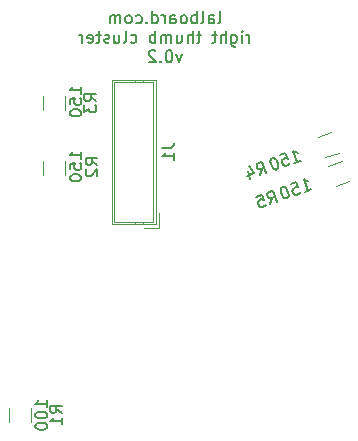
<source format=gbr>
%TF.GenerationSoftware,KiCad,Pcbnew,5.1.6-c6e7f7d~86~ubuntu18.04.1*%
%TF.CreationDate,2021-04-26T01:39:18-07:00*%
%TF.ProjectId,thumb_cluster_right,7468756d-625f-4636-9c75-737465725f72,rev?*%
%TF.SameCoordinates,Original*%
%TF.FileFunction,Legend,Bot*%
%TF.FilePolarity,Positive*%
%FSLAX46Y46*%
G04 Gerber Fmt 4.6, Leading zero omitted, Abs format (unit mm)*
G04 Created by KiCad (PCBNEW 5.1.6-c6e7f7d~86~ubuntu18.04.1) date 2021-04-26 01:39:18*
%MOMM*%
%LPD*%
G01*
G04 APERTURE LIST*
%ADD10C,0.150000*%
%ADD11C,0.120000*%
G04 APERTURE END LIST*
D10*
X134967534Y-104306251D02*
X134967534Y-103734822D01*
X134967534Y-104020537D02*
X133967534Y-104020537D01*
X134110392Y-103925298D01*
X134205630Y-103830060D01*
X134253249Y-103734822D01*
X133967534Y-104925298D02*
X133967534Y-105020537D01*
X134015154Y-105115775D01*
X134062773Y-105163394D01*
X134158011Y-105211013D01*
X134348487Y-105258632D01*
X134586582Y-105258632D01*
X134777058Y-105211013D01*
X134872296Y-105163394D01*
X134919915Y-105115775D01*
X134967534Y-105020537D01*
X134967534Y-104925298D01*
X134919915Y-104830060D01*
X134872296Y-104782441D01*
X134777058Y-104734822D01*
X134586582Y-104687203D01*
X134348487Y-104687203D01*
X134158011Y-104734822D01*
X134062773Y-104782441D01*
X134015154Y-104830060D01*
X133967534Y-104925298D01*
X133967534Y-105877679D02*
X133967534Y-105972918D01*
X134015154Y-106068156D01*
X134062773Y-106115775D01*
X134158011Y-106163394D01*
X134348487Y-106211013D01*
X134586582Y-106211013D01*
X134777058Y-106163394D01*
X134872296Y-106115775D01*
X134919915Y-106068156D01*
X134967534Y-105972918D01*
X134967534Y-105877679D01*
X134919915Y-105782441D01*
X134872296Y-105734822D01*
X134777058Y-105687203D01*
X134586582Y-105639584D01*
X134348487Y-105639584D01*
X134158011Y-105687203D01*
X134062773Y-105734822D01*
X134015154Y-105782441D01*
X133967534Y-105877679D01*
X137867534Y-77772329D02*
X137867534Y-77200900D01*
X137867534Y-77486615D02*
X136867534Y-77486615D01*
X137010392Y-77391376D01*
X137105630Y-77296138D01*
X137153249Y-77200900D01*
X136867534Y-78677091D02*
X136867534Y-78200900D01*
X137343725Y-78153281D01*
X137296106Y-78200900D01*
X137248487Y-78296138D01*
X137248487Y-78534234D01*
X137296106Y-78629472D01*
X137343725Y-78677091D01*
X137438963Y-78724710D01*
X137677058Y-78724710D01*
X137772296Y-78677091D01*
X137819915Y-78629472D01*
X137867534Y-78534234D01*
X137867534Y-78296138D01*
X137819915Y-78200900D01*
X137772296Y-78153281D01*
X136867534Y-79343757D02*
X136867534Y-79438996D01*
X136915154Y-79534234D01*
X136962773Y-79581853D01*
X137058011Y-79629472D01*
X137248487Y-79677091D01*
X137486582Y-79677091D01*
X137677058Y-79629472D01*
X137772296Y-79581853D01*
X137819915Y-79534234D01*
X137867534Y-79438996D01*
X137867534Y-79343757D01*
X137819915Y-79248519D01*
X137772296Y-79200900D01*
X137677058Y-79153281D01*
X137486582Y-79105662D01*
X137248487Y-79105662D01*
X137058011Y-79153281D01*
X136962773Y-79200900D01*
X136915154Y-79248519D01*
X136867534Y-79343757D01*
X137867534Y-83272329D02*
X137867534Y-82700900D01*
X137867534Y-82986615D02*
X136867534Y-82986615D01*
X137010392Y-82891376D01*
X137105630Y-82796138D01*
X137153249Y-82700900D01*
X136867534Y-84177091D02*
X136867534Y-83700900D01*
X137343725Y-83653281D01*
X137296106Y-83700900D01*
X137248487Y-83796138D01*
X137248487Y-84034234D01*
X137296106Y-84129472D01*
X137343725Y-84177091D01*
X137438963Y-84224710D01*
X137677058Y-84224710D01*
X137772296Y-84177091D01*
X137819915Y-84129472D01*
X137867534Y-84034234D01*
X137867534Y-83796138D01*
X137819915Y-83700900D01*
X137772296Y-83653281D01*
X136867534Y-84843757D02*
X136867534Y-84938996D01*
X136915154Y-85034234D01*
X136962773Y-85081853D01*
X137058011Y-85129472D01*
X137248487Y-85177091D01*
X137486582Y-85177091D01*
X137677058Y-85129472D01*
X137772296Y-85081853D01*
X137819915Y-85034234D01*
X137867534Y-84938996D01*
X137867534Y-84843757D01*
X137819915Y-84748519D01*
X137772296Y-84700900D01*
X137677058Y-84653281D01*
X137486582Y-84605662D01*
X137248487Y-84605662D01*
X137058011Y-84653281D01*
X136962773Y-84700900D01*
X136915154Y-84748519D01*
X136867534Y-84843757D01*
X156779879Y-86066128D02*
X157316846Y-85870688D01*
X157048362Y-85968408D02*
X156706342Y-85028715D01*
X156844697Y-85130384D01*
X156966765Y-85187305D01*
X157072546Y-85199479D01*
X155587660Y-85435882D02*
X156035133Y-85273016D01*
X156242747Y-85704202D01*
X156181713Y-85675741D01*
X156075932Y-85663567D01*
X155852196Y-85745000D01*
X155778988Y-85822321D01*
X155750527Y-85883355D01*
X155738353Y-85989136D01*
X155819787Y-86212873D01*
X155897107Y-86286080D01*
X155958141Y-86314541D01*
X156063922Y-86326715D01*
X156287659Y-86245282D01*
X156360867Y-86167961D01*
X156389327Y-86106927D01*
X154961199Y-85663896D02*
X154871704Y-85696469D01*
X154798496Y-85773790D01*
X154770036Y-85834824D01*
X154757862Y-85940605D01*
X154778261Y-86135881D01*
X154859695Y-86359617D01*
X154969589Y-86522319D01*
X155046909Y-86595527D01*
X155107943Y-86623988D01*
X155213724Y-86636162D01*
X155303219Y-86603588D01*
X155376427Y-86526268D01*
X155404887Y-86465234D01*
X155417061Y-86359453D01*
X155396662Y-86164177D01*
X155315228Y-85940440D01*
X155205334Y-85777738D01*
X155128014Y-85704530D01*
X155066980Y-85676070D01*
X154961199Y-85663896D01*
X155890626Y-83622927D02*
X156427593Y-83427487D01*
X156159109Y-83525207D02*
X155817089Y-82585514D01*
X155955444Y-82687183D01*
X156077512Y-82744104D01*
X156183293Y-82756278D01*
X154698407Y-82992681D02*
X155145880Y-82829815D01*
X155353494Y-83261001D01*
X155292460Y-83232540D01*
X155186679Y-83220366D01*
X154962943Y-83301799D01*
X154889735Y-83379120D01*
X154861274Y-83440154D01*
X154849100Y-83545935D01*
X154930534Y-83769672D01*
X155007854Y-83842879D01*
X155068888Y-83871340D01*
X155174669Y-83883514D01*
X155398406Y-83802081D01*
X155471614Y-83724760D01*
X155500074Y-83663726D01*
X154071946Y-83220695D02*
X153982451Y-83253268D01*
X153909243Y-83330589D01*
X153880783Y-83391623D01*
X153868609Y-83497404D01*
X153889008Y-83692680D01*
X153970442Y-83916416D01*
X154080336Y-84079118D01*
X154157656Y-84152326D01*
X154218690Y-84180787D01*
X154324471Y-84192961D01*
X154413966Y-84160387D01*
X154487174Y-84083067D01*
X154515634Y-84022033D01*
X154527808Y-83916252D01*
X154507409Y-83720976D01*
X154425975Y-83497239D01*
X154316081Y-83334537D01*
X154238761Y-83261329D01*
X154177727Y-83232869D01*
X154071946Y-83220695D01*
X149450000Y-71802381D02*
X149545238Y-71754762D01*
X149592857Y-71659524D01*
X149592857Y-70802381D01*
X148640476Y-71802381D02*
X148640476Y-71278572D01*
X148688095Y-71183334D01*
X148783333Y-71135715D01*
X148973809Y-71135715D01*
X149069047Y-71183334D01*
X148640476Y-71754762D02*
X148735714Y-71802381D01*
X148973809Y-71802381D01*
X149069047Y-71754762D01*
X149116666Y-71659524D01*
X149116666Y-71564286D01*
X149069047Y-71469048D01*
X148973809Y-71421429D01*
X148735714Y-71421429D01*
X148640476Y-71373810D01*
X148021428Y-71802381D02*
X148116666Y-71754762D01*
X148164285Y-71659524D01*
X148164285Y-70802381D01*
X147640476Y-71802381D02*
X147640476Y-70802381D01*
X147640476Y-71183334D02*
X147545238Y-71135715D01*
X147354761Y-71135715D01*
X147259523Y-71183334D01*
X147211904Y-71230953D01*
X147164285Y-71326191D01*
X147164285Y-71611905D01*
X147211904Y-71707143D01*
X147259523Y-71754762D01*
X147354761Y-71802381D01*
X147545238Y-71802381D01*
X147640476Y-71754762D01*
X146592857Y-71802381D02*
X146688095Y-71754762D01*
X146735714Y-71707143D01*
X146783333Y-71611905D01*
X146783333Y-71326191D01*
X146735714Y-71230953D01*
X146688095Y-71183334D01*
X146592857Y-71135715D01*
X146450000Y-71135715D01*
X146354761Y-71183334D01*
X146307142Y-71230953D01*
X146259523Y-71326191D01*
X146259523Y-71611905D01*
X146307142Y-71707143D01*
X146354761Y-71754762D01*
X146450000Y-71802381D01*
X146592857Y-71802381D01*
X145402380Y-71802381D02*
X145402380Y-71278572D01*
X145450000Y-71183334D01*
X145545238Y-71135715D01*
X145735714Y-71135715D01*
X145830952Y-71183334D01*
X145402380Y-71754762D02*
X145497619Y-71802381D01*
X145735714Y-71802381D01*
X145830952Y-71754762D01*
X145878571Y-71659524D01*
X145878571Y-71564286D01*
X145830952Y-71469048D01*
X145735714Y-71421429D01*
X145497619Y-71421429D01*
X145402380Y-71373810D01*
X144926190Y-71802381D02*
X144926190Y-71135715D01*
X144926190Y-71326191D02*
X144878571Y-71230953D01*
X144830952Y-71183334D01*
X144735714Y-71135715D01*
X144640476Y-71135715D01*
X143878571Y-71802381D02*
X143878571Y-70802381D01*
X143878571Y-71754762D02*
X143973809Y-71802381D01*
X144164285Y-71802381D01*
X144259523Y-71754762D01*
X144307142Y-71707143D01*
X144354761Y-71611905D01*
X144354761Y-71326191D01*
X144307142Y-71230953D01*
X144259523Y-71183334D01*
X144164285Y-71135715D01*
X143973809Y-71135715D01*
X143878571Y-71183334D01*
X143402380Y-71707143D02*
X143354761Y-71754762D01*
X143402380Y-71802381D01*
X143450000Y-71754762D01*
X143402380Y-71707143D01*
X143402380Y-71802381D01*
X142497619Y-71754762D02*
X142592857Y-71802381D01*
X142783333Y-71802381D01*
X142878571Y-71754762D01*
X142926190Y-71707143D01*
X142973809Y-71611905D01*
X142973809Y-71326191D01*
X142926190Y-71230953D01*
X142878571Y-71183334D01*
X142783333Y-71135715D01*
X142592857Y-71135715D01*
X142497619Y-71183334D01*
X141926190Y-71802381D02*
X142021428Y-71754762D01*
X142069047Y-71707143D01*
X142116666Y-71611905D01*
X142116666Y-71326191D01*
X142069047Y-71230953D01*
X142021428Y-71183334D01*
X141926190Y-71135715D01*
X141783333Y-71135715D01*
X141688095Y-71183334D01*
X141640476Y-71230953D01*
X141592857Y-71326191D01*
X141592857Y-71611905D01*
X141640476Y-71707143D01*
X141688095Y-71754762D01*
X141783333Y-71802381D01*
X141926190Y-71802381D01*
X141164285Y-71802381D02*
X141164285Y-71135715D01*
X141164285Y-71230953D02*
X141116666Y-71183334D01*
X141021428Y-71135715D01*
X140878571Y-71135715D01*
X140783333Y-71183334D01*
X140735714Y-71278572D01*
X140735714Y-71802381D01*
X140735714Y-71278572D02*
X140688095Y-71183334D01*
X140592857Y-71135715D01*
X140450000Y-71135715D01*
X140354761Y-71183334D01*
X140307142Y-71278572D01*
X140307142Y-71802381D01*
X152092857Y-73452381D02*
X152092857Y-72785715D01*
X152092857Y-72976191D02*
X152045238Y-72880953D01*
X151997619Y-72833334D01*
X151902380Y-72785715D01*
X151807142Y-72785715D01*
X151473809Y-73452381D02*
X151473809Y-72785715D01*
X151473809Y-72452381D02*
X151521428Y-72500001D01*
X151473809Y-72547620D01*
X151426190Y-72500001D01*
X151473809Y-72452381D01*
X151473809Y-72547620D01*
X150569047Y-72785715D02*
X150569047Y-73595239D01*
X150616666Y-73690477D01*
X150664285Y-73738096D01*
X150759523Y-73785715D01*
X150902380Y-73785715D01*
X150997619Y-73738096D01*
X150569047Y-73404762D02*
X150664285Y-73452381D01*
X150854761Y-73452381D01*
X150950000Y-73404762D01*
X150997619Y-73357143D01*
X151045238Y-73261905D01*
X151045238Y-72976191D01*
X150997619Y-72880953D01*
X150950000Y-72833334D01*
X150854761Y-72785715D01*
X150664285Y-72785715D01*
X150569047Y-72833334D01*
X150092857Y-73452381D02*
X150092857Y-72452381D01*
X149664285Y-73452381D02*
X149664285Y-72928572D01*
X149711904Y-72833334D01*
X149807142Y-72785715D01*
X149950000Y-72785715D01*
X150045238Y-72833334D01*
X150092857Y-72880953D01*
X149330952Y-72785715D02*
X148950000Y-72785715D01*
X149188095Y-72452381D02*
X149188095Y-73309524D01*
X149140476Y-73404762D01*
X149045238Y-73452381D01*
X148950000Y-73452381D01*
X147997619Y-72785715D02*
X147616666Y-72785715D01*
X147854761Y-72452381D02*
X147854761Y-73309524D01*
X147807142Y-73404762D01*
X147711904Y-73452381D01*
X147616666Y-73452381D01*
X147283333Y-73452381D02*
X147283333Y-72452381D01*
X146854761Y-73452381D02*
X146854761Y-72928572D01*
X146902380Y-72833334D01*
X146997619Y-72785715D01*
X147140476Y-72785715D01*
X147235714Y-72833334D01*
X147283333Y-72880953D01*
X145950000Y-72785715D02*
X145950000Y-73452381D01*
X146378571Y-72785715D02*
X146378571Y-73309524D01*
X146330952Y-73404762D01*
X146235714Y-73452381D01*
X146092857Y-73452381D01*
X145997619Y-73404762D01*
X145950000Y-73357143D01*
X145473809Y-73452381D02*
X145473809Y-72785715D01*
X145473809Y-72880953D02*
X145426190Y-72833334D01*
X145330952Y-72785715D01*
X145188095Y-72785715D01*
X145092857Y-72833334D01*
X145045238Y-72928572D01*
X145045238Y-73452381D01*
X145045238Y-72928572D02*
X144997619Y-72833334D01*
X144902380Y-72785715D01*
X144759523Y-72785715D01*
X144664285Y-72833334D01*
X144616666Y-72928572D01*
X144616666Y-73452381D01*
X144140476Y-73452381D02*
X144140476Y-72452381D01*
X144140476Y-72833334D02*
X144045238Y-72785715D01*
X143854761Y-72785715D01*
X143759523Y-72833334D01*
X143711904Y-72880953D01*
X143664285Y-72976191D01*
X143664285Y-73261905D01*
X143711904Y-73357143D01*
X143759523Y-73404762D01*
X143854761Y-73452381D01*
X144045238Y-73452381D01*
X144140476Y-73404762D01*
X142045238Y-73404762D02*
X142140476Y-73452381D01*
X142330952Y-73452381D01*
X142426190Y-73404762D01*
X142473809Y-73357143D01*
X142521428Y-73261905D01*
X142521428Y-72976191D01*
X142473809Y-72880953D01*
X142426190Y-72833334D01*
X142330952Y-72785715D01*
X142140476Y-72785715D01*
X142045238Y-72833334D01*
X141473809Y-73452381D02*
X141569047Y-73404762D01*
X141616666Y-73309524D01*
X141616666Y-72452381D01*
X140664285Y-72785715D02*
X140664285Y-73452381D01*
X141092857Y-72785715D02*
X141092857Y-73309524D01*
X141045238Y-73404762D01*
X140950000Y-73452381D01*
X140807142Y-73452381D01*
X140711904Y-73404762D01*
X140664285Y-73357143D01*
X140235714Y-73404762D02*
X140140476Y-73452381D01*
X139950000Y-73452381D01*
X139854761Y-73404762D01*
X139807142Y-73309524D01*
X139807142Y-73261905D01*
X139854761Y-73166667D01*
X139950000Y-73119048D01*
X140092857Y-73119048D01*
X140188095Y-73071429D01*
X140235714Y-72976191D01*
X140235714Y-72928572D01*
X140188095Y-72833334D01*
X140092857Y-72785715D01*
X139950000Y-72785715D01*
X139854761Y-72833334D01*
X139521428Y-72785715D02*
X139140476Y-72785715D01*
X139378571Y-72452381D02*
X139378571Y-73309524D01*
X139330952Y-73404762D01*
X139235714Y-73452381D01*
X139140476Y-73452381D01*
X138426190Y-73404762D02*
X138521428Y-73452381D01*
X138711904Y-73452381D01*
X138807142Y-73404762D01*
X138854761Y-73309524D01*
X138854761Y-72928572D01*
X138807142Y-72833334D01*
X138711904Y-72785715D01*
X138521428Y-72785715D01*
X138426190Y-72833334D01*
X138378571Y-72928572D01*
X138378571Y-73023810D01*
X138854761Y-73119048D01*
X137950000Y-73452381D02*
X137950000Y-72785715D01*
X137950000Y-72976191D02*
X137902380Y-72880953D01*
X137854761Y-72833334D01*
X137759523Y-72785715D01*
X137664285Y-72785715D01*
X146378571Y-74435715D02*
X146140476Y-75102381D01*
X145902380Y-74435715D01*
X145330952Y-74102381D02*
X145235714Y-74102381D01*
X145140476Y-74150001D01*
X145092857Y-74197620D01*
X145045238Y-74292858D01*
X144997619Y-74483334D01*
X144997619Y-74721429D01*
X145045238Y-74911905D01*
X145092857Y-75007143D01*
X145140476Y-75054762D01*
X145235714Y-75102381D01*
X145330952Y-75102381D01*
X145426190Y-75054762D01*
X145473809Y-75007143D01*
X145521428Y-74911905D01*
X145569047Y-74721429D01*
X145569047Y-74483334D01*
X145521428Y-74292858D01*
X145473809Y-74197620D01*
X145426190Y-74150001D01*
X145330952Y-74102381D01*
X144569047Y-75007143D02*
X144521428Y-75054762D01*
X144569047Y-75102381D01*
X144616666Y-75054762D01*
X144569047Y-75007143D01*
X144569047Y-75102381D01*
X144140476Y-74197620D02*
X144092857Y-74150001D01*
X143997619Y-74102381D01*
X143759523Y-74102381D01*
X143664285Y-74150001D01*
X143616666Y-74197620D01*
X143569047Y-74292858D01*
X143569047Y-74388096D01*
X143616666Y-74530953D01*
X144188095Y-75102381D01*
X143569047Y-75102381D01*
D11*
%TO.C,R2*%
X136480000Y-84662482D02*
X136480000Y-83458354D01*
X134660000Y-84662482D02*
X134660000Y-83458354D01*
%TO.C,R5*%
X159401890Y-85595677D02*
X160533400Y-85183841D01*
X158779414Y-83885437D02*
X159910924Y-83473601D01*
%TO.C,R4*%
X158519340Y-83170891D02*
X159650850Y-82759055D01*
X157896864Y-81460651D02*
X159028374Y-81048815D01*
%TO.C,R3*%
X134660000Y-77967936D02*
X134660000Y-79172064D01*
X136480000Y-77967936D02*
X136480000Y-79172064D01*
%TO.C,R1*%
X131760000Y-104383352D02*
X131760000Y-105587480D01*
X133580000Y-104383352D02*
X133580000Y-105587480D01*
%TO.C,J1*%
X144460000Y-89110000D02*
X143210000Y-89110000D01*
X144460000Y-87860000D02*
X144460000Y-89110000D01*
X140640000Y-76790000D02*
X142400000Y-76790000D01*
X140640000Y-88610000D02*
X140640000Y-76790000D01*
X142400000Y-88610000D02*
X140640000Y-88610000D01*
X142400000Y-76790000D02*
X142400000Y-76590000D01*
X143100000Y-76790000D02*
X142400000Y-76790000D01*
X142400000Y-88610000D02*
X142400000Y-88810000D01*
X143100000Y-88610000D02*
X142400000Y-88610000D01*
X143100000Y-76790000D02*
X143100000Y-76590000D01*
X143960000Y-76790000D02*
X143100000Y-76790000D01*
X143960000Y-88610000D02*
X143960000Y-76790000D01*
X143100000Y-88610000D02*
X143960000Y-88610000D01*
X143100000Y-88810000D02*
X143100000Y-88610000D01*
X144160000Y-76590000D02*
X144160000Y-88810000D01*
X140440000Y-76590000D02*
X144160000Y-76590000D01*
X140440000Y-88810000D02*
X140440000Y-76590000D01*
X144160000Y-88810000D02*
X140440000Y-88810000D01*
%TO.C,R2*%
D10*
X139222380Y-83806251D02*
X138746190Y-83472918D01*
X139222380Y-83234822D02*
X138222380Y-83234822D01*
X138222380Y-83615775D01*
X138270000Y-83711013D01*
X138317619Y-83758632D01*
X138412857Y-83806251D01*
X138555714Y-83806251D01*
X138650952Y-83758632D01*
X138698571Y-83711013D01*
X138746190Y-83615775D01*
X138746190Y-83234822D01*
X138317619Y-84187203D02*
X138270000Y-84234822D01*
X138222380Y-84330060D01*
X138222380Y-84568156D01*
X138270000Y-84663394D01*
X138317619Y-84711013D01*
X138412857Y-84758632D01*
X138508095Y-84758632D01*
X138650952Y-84711013D01*
X139222380Y-84139584D01*
X139222380Y-84758632D01*
%TO.C,R5*%
X153866831Y-87126390D02*
X154017195Y-86564911D01*
X154403799Y-86930950D02*
X154061778Y-85991257D01*
X153703800Y-86121551D01*
X153630592Y-86198871D01*
X153602132Y-86259905D01*
X153589958Y-86365687D01*
X153638818Y-86499928D01*
X153716139Y-86573136D01*
X153777172Y-86601597D01*
X153882954Y-86613771D01*
X154240932Y-86483477D01*
X152674613Y-86496144D02*
X153122086Y-86333278D01*
X153329700Y-86764464D01*
X153268666Y-86736003D01*
X153162885Y-86723829D01*
X152939148Y-86805262D01*
X152865940Y-86882583D01*
X152837480Y-86943617D01*
X152825306Y-87049398D01*
X152906739Y-87273135D01*
X152984060Y-87346342D01*
X153045094Y-87374803D01*
X153150875Y-87386977D01*
X153374611Y-87305544D01*
X153447819Y-87228223D01*
X153476280Y-87167189D01*
%TO.C,R4*%
X152977579Y-84683189D02*
X153127943Y-84121710D01*
X153514547Y-84487749D02*
X153172526Y-83548056D01*
X152814548Y-83678350D01*
X152741340Y-83755670D01*
X152712880Y-83816704D01*
X152700706Y-83922486D01*
X152749566Y-84056727D01*
X152826887Y-84129935D01*
X152887920Y-84158396D01*
X152993702Y-84170570D01*
X153351680Y-84040276D01*
X151944115Y-84349888D02*
X152172129Y-84976349D01*
X152037558Y-83910476D02*
X152505594Y-84500252D01*
X151923880Y-84711978D01*
%TO.C,R3*%
X139122380Y-78406251D02*
X138646190Y-78072918D01*
X139122380Y-77834822D02*
X138122380Y-77834822D01*
X138122380Y-78215775D01*
X138170000Y-78311013D01*
X138217619Y-78358632D01*
X138312857Y-78406251D01*
X138455714Y-78406251D01*
X138550952Y-78358632D01*
X138598571Y-78311013D01*
X138646190Y-78215775D01*
X138646190Y-77834822D01*
X138122380Y-78739584D02*
X138122380Y-79358632D01*
X138503333Y-79025298D01*
X138503333Y-79168156D01*
X138550952Y-79263394D01*
X138598571Y-79311013D01*
X138693809Y-79358632D01*
X138931904Y-79358632D01*
X139027142Y-79311013D01*
X139074761Y-79263394D01*
X139122380Y-79168156D01*
X139122380Y-78882441D01*
X139074761Y-78787203D01*
X139027142Y-78739584D01*
%TO.C,R1*%
X136222380Y-104806251D02*
X135746190Y-104472918D01*
X136222380Y-104234822D02*
X135222380Y-104234822D01*
X135222380Y-104615775D01*
X135270000Y-104711013D01*
X135317619Y-104758632D01*
X135412857Y-104806251D01*
X135555714Y-104806251D01*
X135650952Y-104758632D01*
X135698571Y-104711013D01*
X135746190Y-104615775D01*
X135746190Y-104234822D01*
X136222380Y-105758632D02*
X136222380Y-105187203D01*
X136222380Y-105472918D02*
X135222380Y-105472918D01*
X135365238Y-105377679D01*
X135460476Y-105282441D01*
X135508095Y-105187203D01*
%TO.C,J1*%
X144702380Y-82366666D02*
X145416666Y-82366666D01*
X145559523Y-82319047D01*
X145654761Y-82223809D01*
X145702380Y-82080952D01*
X145702380Y-81985714D01*
X145702380Y-83366666D02*
X145702380Y-82795238D01*
X145702380Y-83080952D02*
X144702380Y-83080952D01*
X144845238Y-82985714D01*
X144940476Y-82890476D01*
X144988095Y-82795238D01*
%TD*%
M02*

</source>
